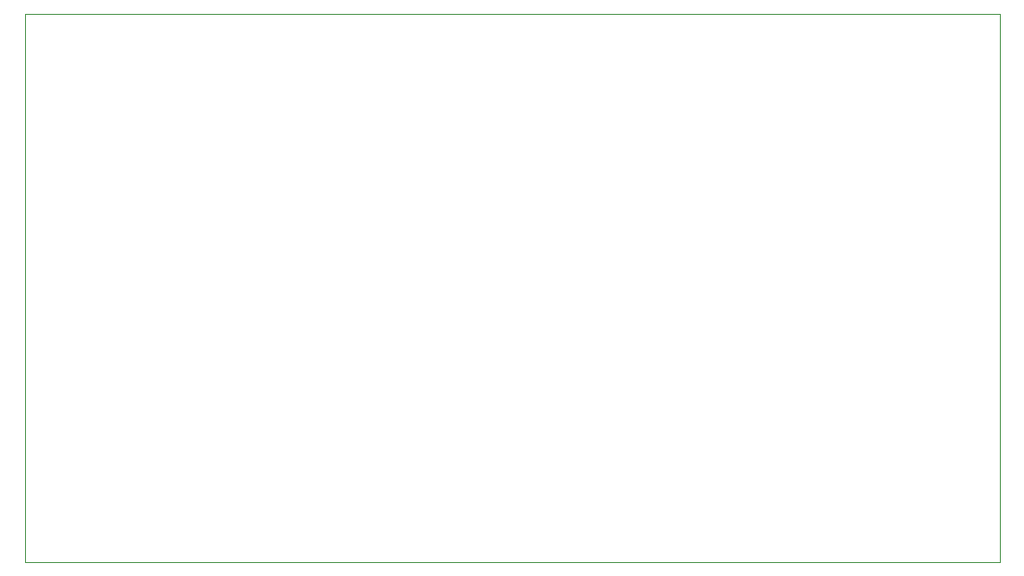
<source format=gm1>
%TF.GenerationSoftware,KiCad,Pcbnew,9.0.2*%
%TF.CreationDate,2025-06-03T22:33:06+02:00*%
%TF.ProjectId,schaltung,73636861-6c74-4756-9e67-2e6b69636164,rev?*%
%TF.SameCoordinates,Original*%
%TF.FileFunction,Profile,NP*%
%FSLAX46Y46*%
G04 Gerber Fmt 4.6, Leading zero omitted, Abs format (unit mm)*
G04 Created by KiCad (PCBNEW 9.0.2) date 2025-06-03 22:33:06*
%MOMM*%
%LPD*%
G01*
G04 APERTURE LIST*
%TA.AperFunction,Profile*%
%ADD10C,0.050000*%
%TD*%
G04 APERTURE END LIST*
D10*
X73500000Y-49000000D02*
X162500000Y-49000000D01*
X162500000Y-99000000D01*
X73500000Y-99000000D01*
X73500000Y-49000000D01*
M02*

</source>
